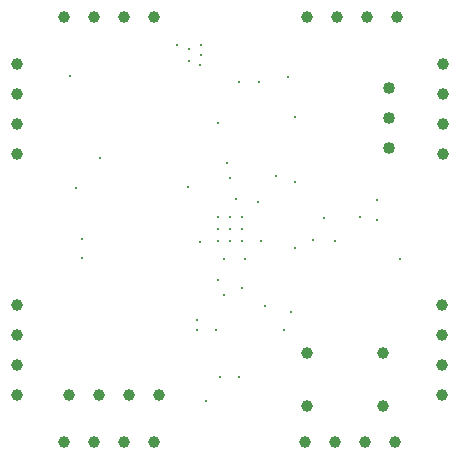
<source format=gbr>
%TF.GenerationSoftware,KiCad,Pcbnew,9.0.6*%
%TF.CreationDate,2025-12-07T19:21:56-08:00*%
%TF.ProjectId,redstone_lamp,72656473-746f-46e6-955f-6c616d702e6b,rev?*%
%TF.SameCoordinates,Original*%
%TF.FileFunction,Plated,1,2,PTH,Drill*%
%TF.FilePolarity,Positive*%
%FSLAX46Y46*%
G04 Gerber Fmt 4.6, Leading zero omitted, Abs format (unit mm)*
G04 Created by KiCad (PCBNEW 9.0.6) date 2025-12-07 19:21:56*
%MOMM*%
%LPD*%
G01*
G04 APERTURE LIST*
%TA.AperFunction,ViaDrill*%
%ADD10C,0.300000*%
%TD*%
%TA.AperFunction,ComponentDrill*%
%ADD11C,0.300000*%
%TD*%
%TA.AperFunction,ComponentDrill*%
%ADD12C,1.000000*%
%TD*%
%TA.AperFunction,ComponentDrill*%
%ADD13C,1.016000*%
%TD*%
G04 APERTURE END LIST*
D10*
X121500000Y-42000000D03*
X122000000Y-51500000D03*
X122500000Y-55800000D03*
X122500000Y-57450000D03*
X124000000Y-49000000D03*
X130503362Y-39375000D03*
X131500000Y-51400000D03*
X132200001Y-62699997D03*
X132200001Y-63500000D03*
X132461137Y-41125000D03*
X132500000Y-56100000D03*
X132538845Y-39375000D03*
X132580000Y-40280000D03*
X133000000Y-69500000D03*
X133800000Y-63500000D03*
X133990306Y-59257819D03*
X134000000Y-46000000D03*
X134000000Y-54000000D03*
X134000000Y-55000000D03*
X134000000Y-56000000D03*
X134200000Y-67500000D03*
X134500000Y-60600000D03*
X134533207Y-57506166D03*
X134770000Y-49421471D03*
X134999999Y-50645229D03*
X135000000Y-54000000D03*
X135000000Y-55000000D03*
X135000000Y-56000000D03*
X135500000Y-52429998D03*
X135800000Y-42500000D03*
X135800000Y-67500000D03*
X136000000Y-54000000D03*
X136000000Y-55000000D03*
X136000000Y-56000000D03*
X136000000Y-60000000D03*
X136300000Y-57500000D03*
X137400000Y-52700000D03*
X137450000Y-42500000D03*
X137624698Y-56000134D03*
X138000000Y-61500000D03*
X138900000Y-50500000D03*
X139600000Y-63500000D03*
X139950000Y-42100000D03*
X140186470Y-61965000D03*
X140500000Y-56599999D03*
X140501000Y-45500000D03*
X140501000Y-51000000D03*
X142050000Y-55937500D03*
X143000000Y-54062500D03*
X143900000Y-56000000D03*
X146000000Y-54000000D03*
X147500000Y-52550000D03*
X147500000Y-54200000D03*
X149400000Y-57500000D03*
D11*
%TO.C,U3*%
X131550000Y-39750000D03*
X131550000Y-40750000D03*
D12*
%TO.C,J8*%
X116975000Y-61380000D03*
X116975000Y-63920000D03*
X116975000Y-66460000D03*
X116975000Y-69000000D03*
%TO.C,J7*%
X117000000Y-41000000D03*
X117000000Y-43540000D03*
X117000000Y-46080000D03*
X117000000Y-48620000D03*
%TO.C,J1*%
X121000000Y-37000000D03*
%TO.C,J5*%
X121000000Y-73000000D03*
%TO.C,J9*%
X121380000Y-69000000D03*
%TO.C,J1*%
X123540000Y-37000000D03*
%TO.C,J5*%
X123540000Y-73000000D03*
%TO.C,J9*%
X123920000Y-69000000D03*
%TO.C,J1*%
X126080000Y-37000000D03*
%TO.C,J5*%
X126080000Y-73000000D03*
%TO.C,J9*%
X126460000Y-69000000D03*
%TO.C,J1*%
X128620000Y-37000000D03*
%TO.C,J5*%
X128620000Y-73000000D03*
%TO.C,J9*%
X129000000Y-69000000D03*
%TO.C,J6*%
X141380000Y-73025000D03*
%TO.C,J2*%
X141500000Y-37000000D03*
%TO.C,SW1*%
X141500000Y-65500000D03*
X141500000Y-70000000D03*
%TO.C,J6*%
X143920000Y-73025000D03*
%TO.C,J2*%
X144040000Y-37000000D03*
%TO.C,J6*%
X146460000Y-73025000D03*
%TO.C,J2*%
X146580000Y-37000000D03*
%TO.C,SW1*%
X148000000Y-65500000D03*
X148000000Y-70000000D03*
%TO.C,J6*%
X149000000Y-73025000D03*
%TO.C,J2*%
X149120000Y-37000000D03*
%TO.C,J4*%
X153000000Y-61380000D03*
X153000000Y-63920000D03*
X153000000Y-66460000D03*
X153000000Y-69000000D03*
%TO.C,J3*%
X153025000Y-41000000D03*
X153025000Y-43540000D03*
X153025000Y-46080000D03*
X153025000Y-48620000D03*
D13*
%TO.C,U2*%
X148500000Y-43000000D03*
X148500000Y-45540000D03*
X148500000Y-48080000D03*
M02*

</source>
